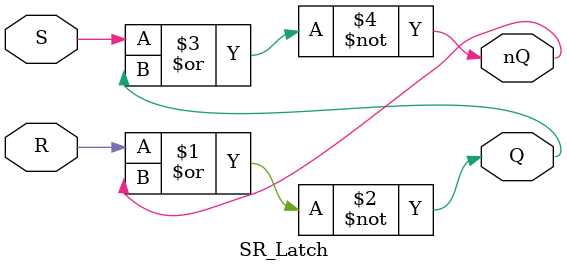
<source format=v>
module SR_Latch(
    input wire S,
    input wire R,
    output wire Q,
    output wire nQ
);
    assign Q = ~(R | nQ);
    assign nQ = ~(S | Q);

endmodule
</source>
